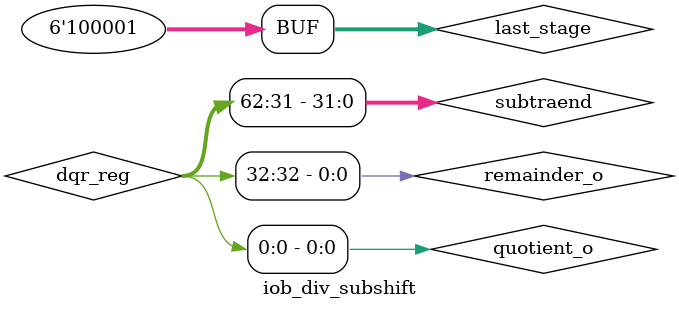
<source format=v>
`timescale 1ns / 1ps

module iob_div_subshift #(
    parameter DATA_W = 32
) (
    `include "iob_div_subshift_io.vs"
);

  //dividend/quotient/remainder register
  reg  [2*DATA_W:0] dqr_nxt;
  wire [2*DATA_W:0] dqr_reg;

  iob_reg #(
      .DATA_W ((2 * DATA_W) + 1),
      .RST_VAL({((2 * DATA_W) + 1) {1'b0}})
  ) dqr_reg0 (
      `include "clk_en_rst_s_s_portmap.vs"
      .data_i(dqr_nxt),
      .data_o(dqr_reg)
  );

  //divisor register
  reg  [DATA_W-1:0] divisor_nxt;
  wire [DATA_W-1:0] divisor_reg;

  iob_reg #(
      .DATA_W (DATA_W),
      .RST_VAL({DATA_W{1'b0}})
  ) div_reg0 (
      `include "clk_en_rst_s_s_portmap.vs"

      .data_i(divisor_nxt),
      .data_o(divisor_reg)
  );

  wire [DATA_W-1:0] subtraend = dqr_reg[(2*DATA_W)-2-:DATA_W];
  wire [  DATA_W:0] tmp;

  //output quotient and remainder
  assign quotient_o = dqr_reg[DATA_W-1:0];
  assign remainder_o = dqr_reg[(2*DATA_W)-1:DATA_W];

  assign tmp = {1'b0, subtraend} - {1'b0, divisor_reg};


  //
  //PROGRAM
  //

  reg  [$clog2(DATA_W+1)-1:0] pcnt_nxt;  //program counter
  wire [$clog2(DATA_W+1)-1:0] pcnt;

  /* verilator lint_off WIDTH */
  wire [$clog2(DATA_W+1)-1:0] last_stage = DATA_W + 1;
  /* verilator lint_on WIDTH */

  iob_reg #(
      .DATA_W ($clog2(DATA_W + 1)),
      .RST_VAL({($clog2(DATA_W + 1)) {1'b0}})
  ) pcnt_reg (
      .clk_i (clk_i),
      .cke_i (cke_i),
      .arst_i(arst_i),
      .data_i(pcnt_nxt),
      .data_o(pcnt)
  );

  reg done_reg;
  assign done_o = done_reg;

  always @* begin
    pcnt_nxt    = pcnt + 1'b1;
    dqr_nxt     = dqr_reg;
    divisor_nxt = divisor_reg;
    done_reg    = 1'b1;

    if (pcnt == 0) begin  //wait for start, load operands and do it
      if (!start_i) begin
        pcnt_nxt = pcnt;
      end else begin
        divisor_nxt = divisor_i;
        dqr_nxt     = {1'b0, {DATA_W{1'b0}}, dividend_i};
      end
    end else if (pcnt == last_stage) begin
      pcnt_nxt = 0;
    end else begin  //shift and subtract
      done_reg = 1'b0;
      if (~tmp[DATA_W]) begin
        dqr_nxt = {tmp, dqr_reg[DATA_W-2 : 0], 1'b1};
      end else begin
        dqr_nxt = {1'b0, dqr_reg[(2*DATA_W)-2 : 0], 1'b0};
      end
    end
  end

endmodule

</source>
